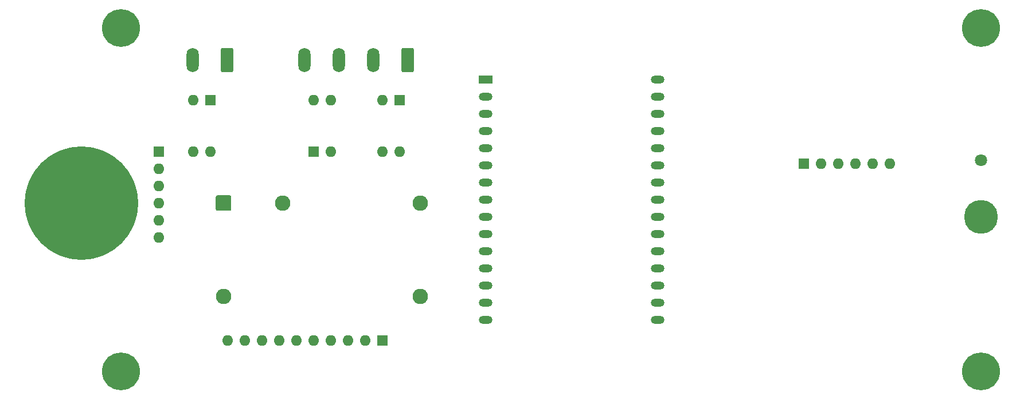
<source format=gbr>
%TF.GenerationSoftware,KiCad,Pcbnew,8.0.8+1*%
%TF.CreationDate,2025-02-28T13:17:03+11:00*%
%TF.ProjectId,vmon,766d6f6e-2e6b-4696-9361-645f70636258,rev?*%
%TF.SameCoordinates,Original*%
%TF.FileFunction,Soldermask,Bot*%
%TF.FilePolarity,Negative*%
%FSLAX46Y46*%
G04 Gerber Fmt 4.6, Leading zero omitted, Abs format (unit mm)*
G04 Created by KiCad (PCBNEW 8.0.8+1) date 2025-02-28 13:17:03*
%MOMM*%
%LPD*%
G01*
G04 APERTURE LIST*
G04 Aperture macros list*
%AMRoundRect*
0 Rectangle with rounded corners*
0 $1 Rounding radius*
0 $2 $3 $4 $5 $6 $7 $8 $9 X,Y pos of 4 corners*
0 Add a 4 corners polygon primitive as box body*
4,1,4,$2,$3,$4,$5,$6,$7,$8,$9,$2,$3,0*
0 Add four circle primitives for the rounded corners*
1,1,$1+$1,$2,$3*
1,1,$1+$1,$4,$5*
1,1,$1+$1,$6,$7*
1,1,$1+$1,$8,$9*
0 Add four rect primitives between the rounded corners*
20,1,$1+$1,$2,$3,$4,$5,0*
20,1,$1+$1,$4,$5,$6,$7,0*
20,1,$1+$1,$6,$7,$8,$9,0*
20,1,$1+$1,$8,$9,$2,$3,0*%
G04 Aperture macros list end*
%ADD10R,2.000000X1.200000*%
%ADD11O,2.000000X1.200000*%
%ADD12R,1.600000X1.600000*%
%ADD13O,1.600000X1.600000*%
%ADD14RoundRect,0.250000X0.650000X1.550000X-0.650000X1.550000X-0.650000X-1.550000X0.650000X-1.550000X0*%
%ADD15O,1.800000X3.600000*%
%ADD16C,3.600000*%
%ADD17C,5.600000*%
%ADD18RoundRect,0.250000X-0.893000X0.893000X-0.893000X-0.893000X0.893000X-0.893000X0.893000X0.893000X0*%
%ADD19C,2.286000*%
%ADD20C,2.900000*%
%ADD21C,5.000000*%
%ADD22C,8.800000*%
%ADD23C,16.800000*%
%ADD24C,1.800000*%
G04 APERTURE END LIST*
D10*
%TO.C,U1*%
X109728000Y-81280000D03*
D11*
X109728000Y-83820000D03*
X109728000Y-86360000D03*
X109728000Y-88900000D03*
X109728000Y-91440000D03*
X109728000Y-93980000D03*
X109728000Y-96520000D03*
X109728000Y-99060000D03*
X109728000Y-101600000D03*
X109728000Y-104140000D03*
X109728000Y-106680000D03*
X109728000Y-109220000D03*
X109728000Y-111760000D03*
X109728000Y-114300000D03*
X109728000Y-116840000D03*
X135128000Y-116840000D03*
X135128000Y-114300000D03*
X135128000Y-111760000D03*
X135128000Y-109220000D03*
X135128000Y-106680000D03*
X135128000Y-104140000D03*
X135128000Y-101600000D03*
X135128000Y-99060000D03*
X135128000Y-96520000D03*
X135128000Y-93980000D03*
X135128000Y-91440000D03*
X135128000Y-88900000D03*
X135128000Y-86360000D03*
X135128000Y-83820000D03*
X135128000Y-81280000D03*
%TD*%
D12*
%TO.C,U6*%
X97028000Y-84328000D03*
D13*
X94488000Y-84328000D03*
X94488000Y-91948000D03*
X97028000Y-91948000D03*
%TD*%
D14*
%TO.C,J4*%
X98243000Y-78370500D03*
D15*
X93163000Y-78370500D03*
X88083000Y-78370500D03*
X83003000Y-78370500D03*
%TD*%
D16*
%TO.C,H1*%
X55880000Y-73660000D03*
D17*
X55880000Y-73660000D03*
%TD*%
D12*
%TO.C,U3*%
X61468000Y-91948000D03*
D13*
X61468000Y-94488000D03*
X61468000Y-97028000D03*
X61468000Y-99568000D03*
X61468000Y-102108000D03*
X61468000Y-104648000D03*
%TD*%
D16*
%TO.C,H4*%
X182880000Y-124460000D03*
D17*
X182880000Y-124460000D03*
%TD*%
D14*
%TO.C,J3*%
X71573000Y-78370500D03*
D15*
X66493000Y-78370500D03*
%TD*%
D12*
%TO.C,U4*%
X156718000Y-93724000D03*
D13*
X159258000Y-93724000D03*
X161798000Y-93724000D03*
X164338000Y-93724000D03*
X166878000Y-93724000D03*
X169418000Y-93724000D03*
%TD*%
D12*
%TO.C,U5*%
X69093000Y-84338000D03*
D13*
X66553000Y-84338000D03*
X66553000Y-91958000D03*
X69093000Y-91958000D03*
%TD*%
D18*
%TO.C,U2*%
X71098000Y-99551400D03*
D19*
X71098000Y-113351400D03*
X100098000Y-113351400D03*
X100098000Y-99551400D03*
X79756000Y-99568000D03*
%TD*%
D16*
%TO.C,H3*%
X182880000Y-73660000D03*
D17*
X182880000Y-73660000D03*
%TD*%
D20*
%TO.C,H2*%
X182880000Y-101600000D03*
D21*
X182880000Y-101600000D03*
%TD*%
D22*
%TO.C,B12+1*%
X50038000Y-99568000D03*
D23*
X50038000Y-99568000D03*
%TD*%
D12*
%TO.C,U8*%
X94488000Y-119888000D03*
D13*
X91948000Y-119888000D03*
X89408000Y-119888000D03*
X86868000Y-119888000D03*
X84328000Y-119888000D03*
X81788000Y-119888000D03*
X79248000Y-119888000D03*
X76708000Y-119888000D03*
X74168000Y-119888000D03*
X71628000Y-119888000D03*
%TD*%
D12*
%TO.C,U7*%
X84328000Y-91948000D03*
D13*
X86868000Y-91948000D03*
X86868000Y-84328000D03*
X84328000Y-84328000D03*
%TD*%
D16*
%TO.C,H5*%
X55880000Y-124460000D03*
D17*
X55880000Y-124460000D03*
%TD*%
D24*
%TO.C,TP1*%
X182880000Y-93218000D03*
%TD*%
M02*

</source>
